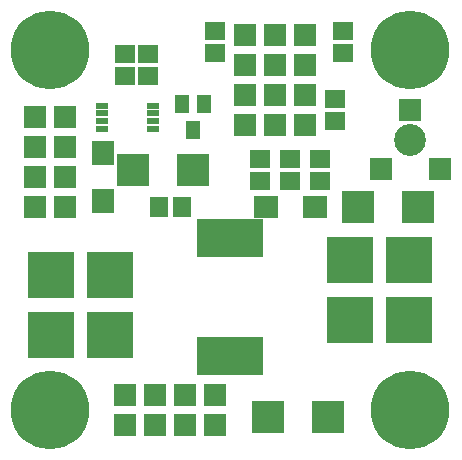
<source format=gbr>
G75*
G70*
%OFA0B0*%
%FSLAX24Y24*%
%IPPOS*%
%LPD*%
%AMOC8*
5,1,8,0,0,1.08239X$1,22.5*
%
%ADD10R,0.0430X0.0245*%
%ADD11R,0.0730X0.0730*%
%ADD12R,0.1084X0.1064*%
%ADD13R,0.0592X0.0671*%
%ADD14R,0.0671X0.0592*%
%ADD15R,0.2245X0.1261*%
%ADD16R,0.0780X0.0780*%
%ADD17C,0.1064*%
%ADD18R,0.0474X0.0631*%
%ADD19R,0.0749X0.0789*%
%ADD20R,0.0789X0.0749*%
%ADD21C,0.2620*%
%ADD22R,0.1580X0.1580*%
D10*
X003912Y011546D03*
X003912Y011802D03*
X003912Y012058D03*
X003912Y012314D03*
X005615Y012314D03*
X005615Y012058D03*
X005615Y011802D03*
X005615Y011546D03*
D11*
X002680Y011930D03*
X002680Y010930D03*
X002680Y009930D03*
X002680Y008930D03*
X001680Y008930D03*
X001680Y009930D03*
X001680Y010930D03*
X001680Y011930D03*
X008680Y011680D03*
X008680Y012680D03*
X008680Y013680D03*
X009680Y013680D03*
X009680Y012680D03*
X009680Y011680D03*
X010680Y011680D03*
X010680Y012680D03*
X010680Y013680D03*
X010680Y014680D03*
X009680Y014680D03*
X008680Y014680D03*
X007680Y002680D03*
X006680Y002680D03*
X005680Y002680D03*
X005680Y001680D03*
X006680Y001680D03*
X007680Y001680D03*
X004680Y001680D03*
X004680Y002680D03*
D12*
X009436Y001930D03*
X011424Y001930D03*
X012436Y008930D03*
X014424Y008930D03*
X006924Y010180D03*
X004936Y010180D03*
D13*
X005806Y008930D03*
X006554Y008930D03*
D14*
X009180Y009806D03*
X009180Y010554D03*
X010180Y010554D03*
X010180Y009806D03*
X011180Y009806D03*
X011180Y010554D03*
X011680Y011806D03*
X011680Y012554D03*
X011930Y014056D03*
X011930Y014804D03*
X007680Y014804D03*
X007680Y014056D03*
X005430Y014054D03*
X005430Y013306D03*
X004680Y013306D03*
X004680Y014054D03*
D15*
X008180Y007899D03*
X008180Y003961D03*
D16*
X013196Y010196D03*
X015164Y010196D03*
X014180Y012164D03*
D17*
X014180Y011180D03*
D18*
X007304Y012363D03*
X006556Y012363D03*
X006930Y011497D03*
D19*
X003930Y010737D03*
X003930Y009123D03*
D20*
X009373Y008930D03*
X010987Y008930D03*
D21*
X002180Y002180D03*
X002180Y014180D03*
X014180Y014180D03*
X014180Y002180D03*
D22*
X014149Y005180D03*
X012180Y005180D03*
X012180Y007180D03*
X014149Y007180D03*
X004180Y006680D03*
X002211Y006680D03*
X002211Y004680D03*
X004180Y004680D03*
M02*

</source>
